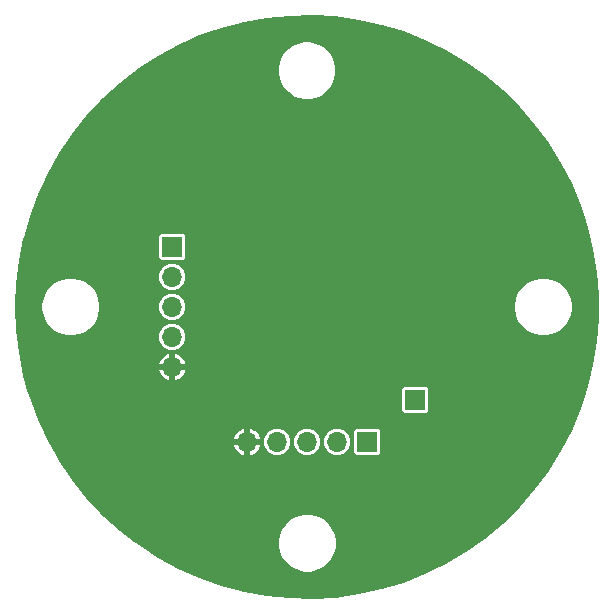
<source format=gbr>
G04 #@! TF.GenerationSoftware,KiCad,Pcbnew,(5.1.4)-1*
G04 #@! TF.CreationDate,2020-03-07T09:14:15+01:00*
G04 #@! TF.ProjectId,Encoder,456e636f-6465-4722-9e6b-696361645f70,rev?*
G04 #@! TF.SameCoordinates,Original*
G04 #@! TF.FileFunction,Copper,L2,Bot*
G04 #@! TF.FilePolarity,Positive*
%FSLAX46Y46*%
G04 Gerber Fmt 4.6, Leading zero omitted, Abs format (unit mm)*
G04 Created by KiCad (PCBNEW (5.1.4)-1) date 2020-03-07 09:14:15*
%MOMM*%
%LPD*%
G04 APERTURE LIST*
%ADD10R,1.700000X1.700000*%
%ADD11O,1.700000X1.700000*%
%ADD12C,0.800000*%
%ADD13C,0.254000*%
G04 APERTURE END LIST*
D10*
X148590000Y-74930000D03*
D11*
X148590000Y-77470000D03*
X148590000Y-80010000D03*
X148590000Y-82550000D03*
X148590000Y-85090000D03*
X154940000Y-91440000D03*
X157480000Y-91440000D03*
X160020000Y-91440000D03*
X162560000Y-91440000D03*
D10*
X165100000Y-91440000D03*
X169164000Y-87884000D03*
D12*
X169671996Y-79248004D03*
X169443986Y-81000000D03*
D13*
G36*
X162441048Y-55527441D02*
G01*
X164377680Y-55798745D01*
X166286635Y-56223056D01*
X168155845Y-56797693D01*
X169973490Y-57519023D01*
X171728079Y-58382484D01*
X173408520Y-59382618D01*
X175004188Y-60513102D01*
X176504995Y-61766789D01*
X177901451Y-63135752D01*
X179184729Y-64611336D01*
X180346715Y-66184212D01*
X181380063Y-67844435D01*
X182278239Y-69581511D01*
X183035564Y-71384455D01*
X183647252Y-73241870D01*
X184109433Y-75142011D01*
X184419188Y-77072867D01*
X184574556Y-79022228D01*
X184574556Y-80977772D01*
X184419188Y-82927133D01*
X184109433Y-84857989D01*
X183647252Y-86758130D01*
X183035564Y-88615545D01*
X182278239Y-90418489D01*
X181380063Y-92155565D01*
X180346715Y-93815788D01*
X179184729Y-95388664D01*
X177901451Y-96864248D01*
X176504995Y-98233211D01*
X175004188Y-99486898D01*
X173408520Y-100617382D01*
X171728079Y-101617516D01*
X169973490Y-102480977D01*
X168155845Y-103202307D01*
X166286635Y-103776944D01*
X164377680Y-104201255D01*
X162441048Y-104472559D01*
X160488983Y-104589138D01*
X158533826Y-104550258D01*
X156587938Y-104356163D01*
X154663623Y-104008080D01*
X152773046Y-103508211D01*
X150928161Y-102859715D01*
X149140630Y-102066693D01*
X147421756Y-101134157D01*
X145782405Y-100068005D01*
X145370325Y-99750718D01*
X157494001Y-99750718D01*
X157494001Y-100249282D01*
X157591266Y-100738265D01*
X157782058Y-101198878D01*
X158059045Y-101613418D01*
X158411583Y-101965956D01*
X158826123Y-102242943D01*
X159286736Y-102433735D01*
X159775719Y-102531000D01*
X160274283Y-102531000D01*
X160763266Y-102433735D01*
X161223879Y-102242943D01*
X161638419Y-101965956D01*
X161990957Y-101613418D01*
X162267944Y-101198878D01*
X162458736Y-100738265D01*
X162556001Y-100249282D01*
X162556001Y-99750718D01*
X162458736Y-99261735D01*
X162267944Y-98801122D01*
X161990957Y-98386582D01*
X161638419Y-98034044D01*
X161223879Y-97757057D01*
X160763266Y-97566265D01*
X160274283Y-97469000D01*
X159775719Y-97469000D01*
X159286736Y-97566265D01*
X158826123Y-97757057D01*
X158411583Y-98034044D01*
X158059045Y-98386582D01*
X157782058Y-98801122D01*
X157591266Y-99261735D01*
X157494001Y-99750718D01*
X145370325Y-99750718D01*
X144232943Y-98874977D01*
X142783165Y-97562615D01*
X141442238Y-96139216D01*
X140218638Y-94613780D01*
X139120103Y-92995951D01*
X138419803Y-91764214D01*
X153704836Y-91764214D01*
X153791820Y-91998953D01*
X153922928Y-92212212D01*
X154093122Y-92395795D01*
X154295861Y-92542647D01*
X154523354Y-92647125D01*
X154615787Y-92675158D01*
X154813000Y-92603338D01*
X154813000Y-91567000D01*
X155067000Y-91567000D01*
X155067000Y-92603338D01*
X155264213Y-92675158D01*
X155356646Y-92647125D01*
X155584139Y-92542647D01*
X155786878Y-92395795D01*
X155957072Y-92212212D01*
X156088180Y-91998953D01*
X156175164Y-91764214D01*
X156103925Y-91567000D01*
X155067000Y-91567000D01*
X154813000Y-91567000D01*
X153776075Y-91567000D01*
X153704836Y-91764214D01*
X138419803Y-91764214D01*
X138235472Y-91440000D01*
X156243044Y-91440000D01*
X156266812Y-91681318D01*
X156337202Y-91913363D01*
X156451509Y-92127216D01*
X156605340Y-92314660D01*
X156792784Y-92468491D01*
X157006637Y-92582798D01*
X157238682Y-92653188D01*
X157419528Y-92671000D01*
X157540472Y-92671000D01*
X157721318Y-92653188D01*
X157953363Y-92582798D01*
X158167216Y-92468491D01*
X158354660Y-92314660D01*
X158508491Y-92127216D01*
X158622798Y-91913363D01*
X158693188Y-91681318D01*
X158716956Y-91440000D01*
X158783044Y-91440000D01*
X158806812Y-91681318D01*
X158877202Y-91913363D01*
X158991509Y-92127216D01*
X159145340Y-92314660D01*
X159332784Y-92468491D01*
X159546637Y-92582798D01*
X159778682Y-92653188D01*
X159959528Y-92671000D01*
X160080472Y-92671000D01*
X160261318Y-92653188D01*
X160493363Y-92582798D01*
X160707216Y-92468491D01*
X160894660Y-92314660D01*
X161048491Y-92127216D01*
X161162798Y-91913363D01*
X161233188Y-91681318D01*
X161256956Y-91440000D01*
X161323044Y-91440000D01*
X161346812Y-91681318D01*
X161417202Y-91913363D01*
X161531509Y-92127216D01*
X161685340Y-92314660D01*
X161872784Y-92468491D01*
X162086637Y-92582798D01*
X162318682Y-92653188D01*
X162499528Y-92671000D01*
X162620472Y-92671000D01*
X162801318Y-92653188D01*
X163033363Y-92582798D01*
X163247216Y-92468491D01*
X163434660Y-92314660D01*
X163588491Y-92127216D01*
X163702798Y-91913363D01*
X163773188Y-91681318D01*
X163796956Y-91440000D01*
X163773188Y-91198682D01*
X163702798Y-90966637D01*
X163588491Y-90752784D01*
X163454898Y-90590000D01*
X163867157Y-90590000D01*
X163867157Y-92290000D01*
X163874513Y-92364689D01*
X163896299Y-92436508D01*
X163931678Y-92502696D01*
X163979289Y-92560711D01*
X164037304Y-92608322D01*
X164103492Y-92643701D01*
X164175311Y-92665487D01*
X164250000Y-92672843D01*
X165950000Y-92672843D01*
X166024689Y-92665487D01*
X166096508Y-92643701D01*
X166162696Y-92608322D01*
X166220711Y-92560711D01*
X166268322Y-92502696D01*
X166303701Y-92436508D01*
X166325487Y-92364689D01*
X166332843Y-92290000D01*
X166332843Y-90590000D01*
X166325487Y-90515311D01*
X166303701Y-90443492D01*
X166268322Y-90377304D01*
X166220711Y-90319289D01*
X166162696Y-90271678D01*
X166096508Y-90236299D01*
X166024689Y-90214513D01*
X165950000Y-90207157D01*
X164250000Y-90207157D01*
X164175311Y-90214513D01*
X164103492Y-90236299D01*
X164037304Y-90271678D01*
X163979289Y-90319289D01*
X163931678Y-90377304D01*
X163896299Y-90443492D01*
X163874513Y-90515311D01*
X163867157Y-90590000D01*
X163454898Y-90590000D01*
X163434660Y-90565340D01*
X163247216Y-90411509D01*
X163033363Y-90297202D01*
X162801318Y-90226812D01*
X162620472Y-90209000D01*
X162499528Y-90209000D01*
X162318682Y-90226812D01*
X162086637Y-90297202D01*
X161872784Y-90411509D01*
X161685340Y-90565340D01*
X161531509Y-90752784D01*
X161417202Y-90966637D01*
X161346812Y-91198682D01*
X161323044Y-91440000D01*
X161256956Y-91440000D01*
X161233188Y-91198682D01*
X161162798Y-90966637D01*
X161048491Y-90752784D01*
X160894660Y-90565340D01*
X160707216Y-90411509D01*
X160493363Y-90297202D01*
X160261318Y-90226812D01*
X160080472Y-90209000D01*
X159959528Y-90209000D01*
X159778682Y-90226812D01*
X159546637Y-90297202D01*
X159332784Y-90411509D01*
X159145340Y-90565340D01*
X158991509Y-90752784D01*
X158877202Y-90966637D01*
X158806812Y-91198682D01*
X158783044Y-91440000D01*
X158716956Y-91440000D01*
X158693188Y-91198682D01*
X158622798Y-90966637D01*
X158508491Y-90752784D01*
X158354660Y-90565340D01*
X158167216Y-90411509D01*
X157953363Y-90297202D01*
X157721318Y-90226812D01*
X157540472Y-90209000D01*
X157419528Y-90209000D01*
X157238682Y-90226812D01*
X157006637Y-90297202D01*
X156792784Y-90411509D01*
X156605340Y-90565340D01*
X156451509Y-90752784D01*
X156337202Y-90966637D01*
X156266812Y-91198682D01*
X156243044Y-91440000D01*
X138235472Y-91440000D01*
X138153577Y-91295958D01*
X138069320Y-91115786D01*
X153704836Y-91115786D01*
X153776075Y-91313000D01*
X154813000Y-91313000D01*
X154813000Y-90276662D01*
X155067000Y-90276662D01*
X155067000Y-91313000D01*
X156103925Y-91313000D01*
X156175164Y-91115786D01*
X156088180Y-90881047D01*
X155957072Y-90667788D01*
X155786878Y-90484205D01*
X155584139Y-90337353D01*
X155356646Y-90232875D01*
X155264213Y-90204842D01*
X155067000Y-90276662D01*
X154813000Y-90276662D01*
X154615787Y-90204842D01*
X154523354Y-90232875D01*
X154295861Y-90337353D01*
X154093122Y-90484205D01*
X153922928Y-90667788D01*
X153791820Y-90881047D01*
X153704836Y-91115786D01*
X138069320Y-91115786D01*
X137325172Y-89524547D01*
X136640124Y-87692920D01*
X136451812Y-87034000D01*
X167931157Y-87034000D01*
X167931157Y-88734000D01*
X167938513Y-88808689D01*
X167960299Y-88880508D01*
X167995678Y-88946696D01*
X168043289Y-89004711D01*
X168101304Y-89052322D01*
X168167492Y-89087701D01*
X168239311Y-89109487D01*
X168314000Y-89116843D01*
X170014000Y-89116843D01*
X170088689Y-89109487D01*
X170160508Y-89087701D01*
X170226696Y-89052322D01*
X170284711Y-89004711D01*
X170332322Y-88946696D01*
X170367701Y-88880508D01*
X170389487Y-88808689D01*
X170396843Y-88734000D01*
X170396843Y-87034000D01*
X170389487Y-86959311D01*
X170367701Y-86887492D01*
X170332322Y-86821304D01*
X170284711Y-86763289D01*
X170226696Y-86715678D01*
X170160508Y-86680299D01*
X170088689Y-86658513D01*
X170014000Y-86651157D01*
X168314000Y-86651157D01*
X168239311Y-86658513D01*
X168167492Y-86680299D01*
X168101304Y-86715678D01*
X168043289Y-86763289D01*
X167995678Y-86821304D01*
X167960299Y-86887492D01*
X167938513Y-86959311D01*
X167931157Y-87034000D01*
X136451812Y-87034000D01*
X136102764Y-85812655D01*
X136022480Y-85414213D01*
X147354842Y-85414213D01*
X147382875Y-85506646D01*
X147487353Y-85734139D01*
X147634205Y-85936878D01*
X147817788Y-86107072D01*
X148031047Y-86238180D01*
X148265786Y-86325164D01*
X148463000Y-86253925D01*
X148463000Y-85217000D01*
X148717000Y-85217000D01*
X148717000Y-86253925D01*
X148914214Y-86325164D01*
X149148953Y-86238180D01*
X149362212Y-86107072D01*
X149545795Y-85936878D01*
X149692647Y-85734139D01*
X149797125Y-85506646D01*
X149825158Y-85414213D01*
X149753338Y-85217000D01*
X148717000Y-85217000D01*
X148463000Y-85217000D01*
X147426662Y-85217000D01*
X147354842Y-85414213D01*
X136022480Y-85414213D01*
X135891824Y-84765787D01*
X147354842Y-84765787D01*
X147426662Y-84963000D01*
X148463000Y-84963000D01*
X148463000Y-83926075D01*
X148717000Y-83926075D01*
X148717000Y-84963000D01*
X149753338Y-84963000D01*
X149825158Y-84765787D01*
X149797125Y-84673354D01*
X149692647Y-84445861D01*
X149545795Y-84243122D01*
X149362212Y-84072928D01*
X149148953Y-83941820D01*
X148914214Y-83854836D01*
X148717000Y-83926075D01*
X148463000Y-83926075D01*
X148265786Y-83854836D01*
X148031047Y-83941820D01*
X147817788Y-84072928D01*
X147634205Y-84243122D01*
X147487353Y-84445861D01*
X147382875Y-84673354D01*
X147354842Y-84765787D01*
X135891824Y-84765787D01*
X135716491Y-83895641D01*
X135555189Y-82550000D01*
X147353044Y-82550000D01*
X147376812Y-82791318D01*
X147447202Y-83023363D01*
X147561509Y-83237216D01*
X147715340Y-83424660D01*
X147902784Y-83578491D01*
X148116637Y-83692798D01*
X148348682Y-83763188D01*
X148529528Y-83781000D01*
X148650472Y-83781000D01*
X148831318Y-83763188D01*
X149063363Y-83692798D01*
X149277216Y-83578491D01*
X149464660Y-83424660D01*
X149618491Y-83237216D01*
X149732798Y-83023363D01*
X149803188Y-82791318D01*
X149826956Y-82550000D01*
X149803188Y-82308682D01*
X149732798Y-82076637D01*
X149618491Y-81862784D01*
X149464660Y-81675340D01*
X149277216Y-81521509D01*
X149063363Y-81407202D01*
X148831318Y-81336812D01*
X148650472Y-81319000D01*
X148529528Y-81319000D01*
X148348682Y-81336812D01*
X148116637Y-81407202D01*
X147902784Y-81521509D01*
X147715340Y-81675340D01*
X147561509Y-81862784D01*
X147447202Y-82076637D01*
X147376812Y-82308682D01*
X147353044Y-82550000D01*
X135555189Y-82550000D01*
X135483746Y-81953997D01*
X135406000Y-80000000D01*
X135415918Y-79750718D01*
X137469000Y-79750718D01*
X137469000Y-80249282D01*
X137566265Y-80738265D01*
X137757057Y-81198878D01*
X138034044Y-81613418D01*
X138386582Y-81965956D01*
X138801122Y-82242943D01*
X139261735Y-82433735D01*
X139750718Y-82531000D01*
X140249282Y-82531000D01*
X140738265Y-82433735D01*
X141198878Y-82242943D01*
X141613418Y-81965956D01*
X141965956Y-81613418D01*
X142242943Y-81198878D01*
X142433735Y-80738265D01*
X142531000Y-80249282D01*
X142531000Y-80010000D01*
X147353044Y-80010000D01*
X147376812Y-80251318D01*
X147447202Y-80483363D01*
X147561509Y-80697216D01*
X147715340Y-80884660D01*
X147902784Y-81038491D01*
X148116637Y-81152798D01*
X148348682Y-81223188D01*
X148529528Y-81241000D01*
X148650472Y-81241000D01*
X148831318Y-81223188D01*
X149063363Y-81152798D01*
X149277216Y-81038491D01*
X149464660Y-80884660D01*
X149618491Y-80697216D01*
X149732798Y-80483363D01*
X149803188Y-80251318D01*
X149826956Y-80010000D01*
X149803188Y-79768682D01*
X149797739Y-79750718D01*
X177469000Y-79750718D01*
X177469000Y-80249282D01*
X177566265Y-80738265D01*
X177757057Y-81198878D01*
X178034044Y-81613418D01*
X178386582Y-81965956D01*
X178801122Y-82242943D01*
X179261735Y-82433735D01*
X179750718Y-82531000D01*
X180249282Y-82531000D01*
X180738265Y-82433735D01*
X181198878Y-82242943D01*
X181613418Y-81965956D01*
X181965956Y-81613418D01*
X182242943Y-81198878D01*
X182433735Y-80738265D01*
X182531000Y-80249282D01*
X182531000Y-79750718D01*
X182433735Y-79261735D01*
X182242943Y-78801122D01*
X181965956Y-78386582D01*
X181613418Y-78034044D01*
X181198878Y-77757057D01*
X180738265Y-77566265D01*
X180249282Y-77469000D01*
X179750718Y-77469000D01*
X179261735Y-77566265D01*
X178801122Y-77757057D01*
X178386582Y-78034044D01*
X178034044Y-78386582D01*
X177757057Y-78801122D01*
X177566265Y-79261735D01*
X177469000Y-79750718D01*
X149797739Y-79750718D01*
X149732798Y-79536637D01*
X149618491Y-79322784D01*
X149464660Y-79135340D01*
X149277216Y-78981509D01*
X149063363Y-78867202D01*
X148831318Y-78796812D01*
X148650472Y-78779000D01*
X148529528Y-78779000D01*
X148348682Y-78796812D01*
X148116637Y-78867202D01*
X147902784Y-78981509D01*
X147715340Y-79135340D01*
X147561509Y-79322784D01*
X147447202Y-79536637D01*
X147376812Y-79768682D01*
X147353044Y-80010000D01*
X142531000Y-80010000D01*
X142531000Y-79750718D01*
X142433735Y-79261735D01*
X142242943Y-78801122D01*
X141965956Y-78386582D01*
X141613418Y-78034044D01*
X141198878Y-77757057D01*
X140738265Y-77566265D01*
X140254310Y-77470000D01*
X147353044Y-77470000D01*
X147376812Y-77711318D01*
X147447202Y-77943363D01*
X147561509Y-78157216D01*
X147715340Y-78344660D01*
X147902784Y-78498491D01*
X148116637Y-78612798D01*
X148348682Y-78683188D01*
X148529528Y-78701000D01*
X148650472Y-78701000D01*
X148831318Y-78683188D01*
X149063363Y-78612798D01*
X149277216Y-78498491D01*
X149464660Y-78344660D01*
X149618491Y-78157216D01*
X149732798Y-77943363D01*
X149803188Y-77711318D01*
X149826956Y-77470000D01*
X149803188Y-77228682D01*
X149732798Y-76996637D01*
X149618491Y-76782784D01*
X149464660Y-76595340D01*
X149277216Y-76441509D01*
X149063363Y-76327202D01*
X148831318Y-76256812D01*
X148650472Y-76239000D01*
X148529528Y-76239000D01*
X148348682Y-76256812D01*
X148116637Y-76327202D01*
X147902784Y-76441509D01*
X147715340Y-76595340D01*
X147561509Y-76782784D01*
X147447202Y-76996637D01*
X147376812Y-77228682D01*
X147353044Y-77470000D01*
X140254310Y-77470000D01*
X140249282Y-77469000D01*
X139750718Y-77469000D01*
X139261735Y-77566265D01*
X138801122Y-77757057D01*
X138386582Y-78034044D01*
X138034044Y-78386582D01*
X137757057Y-78801122D01*
X137566265Y-79261735D01*
X137469000Y-79750718D01*
X135415918Y-79750718D01*
X135483746Y-78046003D01*
X135716491Y-76104359D01*
X136102764Y-74187345D01*
X136133442Y-74080000D01*
X147357157Y-74080000D01*
X147357157Y-75780000D01*
X147364513Y-75854689D01*
X147386299Y-75926508D01*
X147421678Y-75992696D01*
X147469289Y-76050711D01*
X147527304Y-76098322D01*
X147593492Y-76133701D01*
X147665311Y-76155487D01*
X147740000Y-76162843D01*
X149440000Y-76162843D01*
X149514689Y-76155487D01*
X149586508Y-76133701D01*
X149652696Y-76098322D01*
X149710711Y-76050711D01*
X149758322Y-75992696D01*
X149793701Y-75926508D01*
X149815487Y-75854689D01*
X149822843Y-75780000D01*
X149822843Y-74080000D01*
X149815487Y-74005311D01*
X149793701Y-73933492D01*
X149758322Y-73867304D01*
X149710711Y-73809289D01*
X149652696Y-73761678D01*
X149586508Y-73726299D01*
X149514689Y-73704513D01*
X149440000Y-73697157D01*
X147740000Y-73697157D01*
X147665311Y-73704513D01*
X147593492Y-73726299D01*
X147527304Y-73761678D01*
X147469289Y-73809289D01*
X147421678Y-73867304D01*
X147386299Y-73933492D01*
X147364513Y-74005311D01*
X147357157Y-74080000D01*
X136133442Y-74080000D01*
X136640124Y-72307080D01*
X137325172Y-70475453D01*
X138153577Y-68704042D01*
X139120103Y-67004049D01*
X140218638Y-65386220D01*
X141442238Y-63860784D01*
X142783165Y-62437385D01*
X144232943Y-61125023D01*
X145782405Y-59931995D01*
X146061142Y-59750718D01*
X157469000Y-59750718D01*
X157469000Y-60249282D01*
X157566265Y-60738265D01*
X157757057Y-61198878D01*
X158034044Y-61613418D01*
X158386582Y-61965956D01*
X158801122Y-62242943D01*
X159261735Y-62433735D01*
X159750718Y-62531000D01*
X160249282Y-62531000D01*
X160738265Y-62433735D01*
X161198878Y-62242943D01*
X161613418Y-61965956D01*
X161965956Y-61613418D01*
X162242943Y-61198878D01*
X162433735Y-60738265D01*
X162531000Y-60249282D01*
X162531000Y-59750718D01*
X162433735Y-59261735D01*
X162242943Y-58801122D01*
X161965956Y-58386582D01*
X161613418Y-58034044D01*
X161198878Y-57757057D01*
X160738265Y-57566265D01*
X160249282Y-57469000D01*
X159750718Y-57469000D01*
X159261735Y-57566265D01*
X158801122Y-57757057D01*
X158386582Y-58034044D01*
X158034044Y-58386582D01*
X157757057Y-58801122D01*
X157566265Y-59261735D01*
X157469000Y-59750718D01*
X146061142Y-59750718D01*
X147421756Y-58865843D01*
X149140630Y-57933307D01*
X150928161Y-57140285D01*
X152773046Y-56491789D01*
X154663623Y-55991920D01*
X156587938Y-55643837D01*
X158533826Y-55449742D01*
X160488983Y-55410862D01*
X162441048Y-55527441D01*
X162441048Y-55527441D01*
G37*
X162441048Y-55527441D02*
X164377680Y-55798745D01*
X166286635Y-56223056D01*
X168155845Y-56797693D01*
X169973490Y-57519023D01*
X171728079Y-58382484D01*
X173408520Y-59382618D01*
X175004188Y-60513102D01*
X176504995Y-61766789D01*
X177901451Y-63135752D01*
X179184729Y-64611336D01*
X180346715Y-66184212D01*
X181380063Y-67844435D01*
X182278239Y-69581511D01*
X183035564Y-71384455D01*
X183647252Y-73241870D01*
X184109433Y-75142011D01*
X184419188Y-77072867D01*
X184574556Y-79022228D01*
X184574556Y-80977772D01*
X184419188Y-82927133D01*
X184109433Y-84857989D01*
X183647252Y-86758130D01*
X183035564Y-88615545D01*
X182278239Y-90418489D01*
X181380063Y-92155565D01*
X180346715Y-93815788D01*
X179184729Y-95388664D01*
X177901451Y-96864248D01*
X176504995Y-98233211D01*
X175004188Y-99486898D01*
X173408520Y-100617382D01*
X171728079Y-101617516D01*
X169973490Y-102480977D01*
X168155845Y-103202307D01*
X166286635Y-103776944D01*
X164377680Y-104201255D01*
X162441048Y-104472559D01*
X160488983Y-104589138D01*
X158533826Y-104550258D01*
X156587938Y-104356163D01*
X154663623Y-104008080D01*
X152773046Y-103508211D01*
X150928161Y-102859715D01*
X149140630Y-102066693D01*
X147421756Y-101134157D01*
X145782405Y-100068005D01*
X145370325Y-99750718D01*
X157494001Y-99750718D01*
X157494001Y-100249282D01*
X157591266Y-100738265D01*
X157782058Y-101198878D01*
X158059045Y-101613418D01*
X158411583Y-101965956D01*
X158826123Y-102242943D01*
X159286736Y-102433735D01*
X159775719Y-102531000D01*
X160274283Y-102531000D01*
X160763266Y-102433735D01*
X161223879Y-102242943D01*
X161638419Y-101965956D01*
X161990957Y-101613418D01*
X162267944Y-101198878D01*
X162458736Y-100738265D01*
X162556001Y-100249282D01*
X162556001Y-99750718D01*
X162458736Y-99261735D01*
X162267944Y-98801122D01*
X161990957Y-98386582D01*
X161638419Y-98034044D01*
X161223879Y-97757057D01*
X160763266Y-97566265D01*
X160274283Y-97469000D01*
X159775719Y-97469000D01*
X159286736Y-97566265D01*
X158826123Y-97757057D01*
X158411583Y-98034044D01*
X158059045Y-98386582D01*
X157782058Y-98801122D01*
X157591266Y-99261735D01*
X157494001Y-99750718D01*
X145370325Y-99750718D01*
X144232943Y-98874977D01*
X142783165Y-97562615D01*
X141442238Y-96139216D01*
X140218638Y-94613780D01*
X139120103Y-92995951D01*
X138419803Y-91764214D01*
X153704836Y-91764214D01*
X153791820Y-91998953D01*
X153922928Y-92212212D01*
X154093122Y-92395795D01*
X154295861Y-92542647D01*
X154523354Y-92647125D01*
X154615787Y-92675158D01*
X154813000Y-92603338D01*
X154813000Y-91567000D01*
X155067000Y-91567000D01*
X155067000Y-92603338D01*
X155264213Y-92675158D01*
X155356646Y-92647125D01*
X155584139Y-92542647D01*
X155786878Y-92395795D01*
X155957072Y-92212212D01*
X156088180Y-91998953D01*
X156175164Y-91764214D01*
X156103925Y-91567000D01*
X155067000Y-91567000D01*
X154813000Y-91567000D01*
X153776075Y-91567000D01*
X153704836Y-91764214D01*
X138419803Y-91764214D01*
X138235472Y-91440000D01*
X156243044Y-91440000D01*
X156266812Y-91681318D01*
X156337202Y-91913363D01*
X156451509Y-92127216D01*
X156605340Y-92314660D01*
X156792784Y-92468491D01*
X157006637Y-92582798D01*
X157238682Y-92653188D01*
X157419528Y-92671000D01*
X157540472Y-92671000D01*
X157721318Y-92653188D01*
X157953363Y-92582798D01*
X158167216Y-92468491D01*
X158354660Y-92314660D01*
X158508491Y-92127216D01*
X158622798Y-91913363D01*
X158693188Y-91681318D01*
X158716956Y-91440000D01*
X158783044Y-91440000D01*
X158806812Y-91681318D01*
X158877202Y-91913363D01*
X158991509Y-92127216D01*
X159145340Y-92314660D01*
X159332784Y-92468491D01*
X159546637Y-92582798D01*
X159778682Y-92653188D01*
X159959528Y-92671000D01*
X160080472Y-92671000D01*
X160261318Y-92653188D01*
X160493363Y-92582798D01*
X160707216Y-92468491D01*
X160894660Y-92314660D01*
X161048491Y-92127216D01*
X161162798Y-91913363D01*
X161233188Y-91681318D01*
X161256956Y-91440000D01*
X161323044Y-91440000D01*
X161346812Y-91681318D01*
X161417202Y-91913363D01*
X161531509Y-92127216D01*
X161685340Y-92314660D01*
X161872784Y-92468491D01*
X162086637Y-92582798D01*
X162318682Y-92653188D01*
X162499528Y-92671000D01*
X162620472Y-92671000D01*
X162801318Y-92653188D01*
X163033363Y-92582798D01*
X163247216Y-92468491D01*
X163434660Y-92314660D01*
X163588491Y-92127216D01*
X163702798Y-91913363D01*
X163773188Y-91681318D01*
X163796956Y-91440000D01*
X163773188Y-91198682D01*
X163702798Y-90966637D01*
X163588491Y-90752784D01*
X163454898Y-90590000D01*
X163867157Y-90590000D01*
X163867157Y-92290000D01*
X163874513Y-92364689D01*
X163896299Y-92436508D01*
X163931678Y-92502696D01*
X163979289Y-92560711D01*
X164037304Y-92608322D01*
X164103492Y-92643701D01*
X164175311Y-92665487D01*
X164250000Y-92672843D01*
X165950000Y-92672843D01*
X166024689Y-92665487D01*
X166096508Y-92643701D01*
X166162696Y-92608322D01*
X166220711Y-92560711D01*
X166268322Y-92502696D01*
X166303701Y-92436508D01*
X166325487Y-92364689D01*
X166332843Y-92290000D01*
X166332843Y-90590000D01*
X166325487Y-90515311D01*
X166303701Y-90443492D01*
X166268322Y-90377304D01*
X166220711Y-90319289D01*
X166162696Y-90271678D01*
X166096508Y-90236299D01*
X166024689Y-90214513D01*
X165950000Y-90207157D01*
X164250000Y-90207157D01*
X164175311Y-90214513D01*
X164103492Y-90236299D01*
X164037304Y-90271678D01*
X163979289Y-90319289D01*
X163931678Y-90377304D01*
X163896299Y-90443492D01*
X163874513Y-90515311D01*
X163867157Y-90590000D01*
X163454898Y-90590000D01*
X163434660Y-90565340D01*
X163247216Y-90411509D01*
X163033363Y-90297202D01*
X162801318Y-90226812D01*
X162620472Y-90209000D01*
X162499528Y-90209000D01*
X162318682Y-90226812D01*
X162086637Y-90297202D01*
X161872784Y-90411509D01*
X161685340Y-90565340D01*
X161531509Y-90752784D01*
X161417202Y-90966637D01*
X161346812Y-91198682D01*
X161323044Y-91440000D01*
X161256956Y-91440000D01*
X161233188Y-91198682D01*
X161162798Y-90966637D01*
X161048491Y-90752784D01*
X160894660Y-90565340D01*
X160707216Y-90411509D01*
X160493363Y-90297202D01*
X160261318Y-90226812D01*
X160080472Y-90209000D01*
X159959528Y-90209000D01*
X159778682Y-90226812D01*
X159546637Y-90297202D01*
X159332784Y-90411509D01*
X159145340Y-90565340D01*
X158991509Y-90752784D01*
X158877202Y-90966637D01*
X158806812Y-91198682D01*
X158783044Y-91440000D01*
X158716956Y-91440000D01*
X158693188Y-91198682D01*
X158622798Y-90966637D01*
X158508491Y-90752784D01*
X158354660Y-90565340D01*
X158167216Y-90411509D01*
X157953363Y-90297202D01*
X157721318Y-90226812D01*
X157540472Y-90209000D01*
X157419528Y-90209000D01*
X157238682Y-90226812D01*
X157006637Y-90297202D01*
X156792784Y-90411509D01*
X156605340Y-90565340D01*
X156451509Y-90752784D01*
X156337202Y-90966637D01*
X156266812Y-91198682D01*
X156243044Y-91440000D01*
X138235472Y-91440000D01*
X138153577Y-91295958D01*
X138069320Y-91115786D01*
X153704836Y-91115786D01*
X153776075Y-91313000D01*
X154813000Y-91313000D01*
X154813000Y-90276662D01*
X155067000Y-90276662D01*
X155067000Y-91313000D01*
X156103925Y-91313000D01*
X156175164Y-91115786D01*
X156088180Y-90881047D01*
X155957072Y-90667788D01*
X155786878Y-90484205D01*
X155584139Y-90337353D01*
X155356646Y-90232875D01*
X155264213Y-90204842D01*
X155067000Y-90276662D01*
X154813000Y-90276662D01*
X154615787Y-90204842D01*
X154523354Y-90232875D01*
X154295861Y-90337353D01*
X154093122Y-90484205D01*
X153922928Y-90667788D01*
X153791820Y-90881047D01*
X153704836Y-91115786D01*
X138069320Y-91115786D01*
X137325172Y-89524547D01*
X136640124Y-87692920D01*
X136451812Y-87034000D01*
X167931157Y-87034000D01*
X167931157Y-88734000D01*
X167938513Y-88808689D01*
X167960299Y-88880508D01*
X167995678Y-88946696D01*
X168043289Y-89004711D01*
X168101304Y-89052322D01*
X168167492Y-89087701D01*
X168239311Y-89109487D01*
X168314000Y-89116843D01*
X170014000Y-89116843D01*
X170088689Y-89109487D01*
X170160508Y-89087701D01*
X170226696Y-89052322D01*
X170284711Y-89004711D01*
X170332322Y-88946696D01*
X170367701Y-88880508D01*
X170389487Y-88808689D01*
X170396843Y-88734000D01*
X170396843Y-87034000D01*
X170389487Y-86959311D01*
X170367701Y-86887492D01*
X170332322Y-86821304D01*
X170284711Y-86763289D01*
X170226696Y-86715678D01*
X170160508Y-86680299D01*
X170088689Y-86658513D01*
X170014000Y-86651157D01*
X168314000Y-86651157D01*
X168239311Y-86658513D01*
X168167492Y-86680299D01*
X168101304Y-86715678D01*
X168043289Y-86763289D01*
X167995678Y-86821304D01*
X167960299Y-86887492D01*
X167938513Y-86959311D01*
X167931157Y-87034000D01*
X136451812Y-87034000D01*
X136102764Y-85812655D01*
X136022480Y-85414213D01*
X147354842Y-85414213D01*
X147382875Y-85506646D01*
X147487353Y-85734139D01*
X147634205Y-85936878D01*
X147817788Y-86107072D01*
X148031047Y-86238180D01*
X148265786Y-86325164D01*
X148463000Y-86253925D01*
X148463000Y-85217000D01*
X148717000Y-85217000D01*
X148717000Y-86253925D01*
X148914214Y-86325164D01*
X149148953Y-86238180D01*
X149362212Y-86107072D01*
X149545795Y-85936878D01*
X149692647Y-85734139D01*
X149797125Y-85506646D01*
X149825158Y-85414213D01*
X149753338Y-85217000D01*
X148717000Y-85217000D01*
X148463000Y-85217000D01*
X147426662Y-85217000D01*
X147354842Y-85414213D01*
X136022480Y-85414213D01*
X135891824Y-84765787D01*
X147354842Y-84765787D01*
X147426662Y-84963000D01*
X148463000Y-84963000D01*
X148463000Y-83926075D01*
X148717000Y-83926075D01*
X148717000Y-84963000D01*
X149753338Y-84963000D01*
X149825158Y-84765787D01*
X149797125Y-84673354D01*
X149692647Y-84445861D01*
X149545795Y-84243122D01*
X149362212Y-84072928D01*
X149148953Y-83941820D01*
X148914214Y-83854836D01*
X148717000Y-83926075D01*
X148463000Y-83926075D01*
X148265786Y-83854836D01*
X148031047Y-83941820D01*
X147817788Y-84072928D01*
X147634205Y-84243122D01*
X147487353Y-84445861D01*
X147382875Y-84673354D01*
X147354842Y-84765787D01*
X135891824Y-84765787D01*
X135716491Y-83895641D01*
X135555189Y-82550000D01*
X147353044Y-82550000D01*
X147376812Y-82791318D01*
X147447202Y-83023363D01*
X147561509Y-83237216D01*
X147715340Y-83424660D01*
X147902784Y-83578491D01*
X148116637Y-83692798D01*
X148348682Y-83763188D01*
X148529528Y-83781000D01*
X148650472Y-83781000D01*
X148831318Y-83763188D01*
X149063363Y-83692798D01*
X149277216Y-83578491D01*
X149464660Y-83424660D01*
X149618491Y-83237216D01*
X149732798Y-83023363D01*
X149803188Y-82791318D01*
X149826956Y-82550000D01*
X149803188Y-82308682D01*
X149732798Y-82076637D01*
X149618491Y-81862784D01*
X149464660Y-81675340D01*
X149277216Y-81521509D01*
X149063363Y-81407202D01*
X148831318Y-81336812D01*
X148650472Y-81319000D01*
X148529528Y-81319000D01*
X148348682Y-81336812D01*
X148116637Y-81407202D01*
X147902784Y-81521509D01*
X147715340Y-81675340D01*
X147561509Y-81862784D01*
X147447202Y-82076637D01*
X147376812Y-82308682D01*
X147353044Y-82550000D01*
X135555189Y-82550000D01*
X135483746Y-81953997D01*
X135406000Y-80000000D01*
X135415918Y-79750718D01*
X137469000Y-79750718D01*
X137469000Y-80249282D01*
X137566265Y-80738265D01*
X137757057Y-81198878D01*
X138034044Y-81613418D01*
X138386582Y-81965956D01*
X138801122Y-82242943D01*
X139261735Y-82433735D01*
X139750718Y-82531000D01*
X140249282Y-82531000D01*
X140738265Y-82433735D01*
X141198878Y-82242943D01*
X141613418Y-81965956D01*
X141965956Y-81613418D01*
X142242943Y-81198878D01*
X142433735Y-80738265D01*
X142531000Y-80249282D01*
X142531000Y-80010000D01*
X147353044Y-80010000D01*
X147376812Y-80251318D01*
X147447202Y-80483363D01*
X147561509Y-80697216D01*
X147715340Y-80884660D01*
X147902784Y-81038491D01*
X148116637Y-81152798D01*
X148348682Y-81223188D01*
X148529528Y-81241000D01*
X148650472Y-81241000D01*
X148831318Y-81223188D01*
X149063363Y-81152798D01*
X149277216Y-81038491D01*
X149464660Y-80884660D01*
X149618491Y-80697216D01*
X149732798Y-80483363D01*
X149803188Y-80251318D01*
X149826956Y-80010000D01*
X149803188Y-79768682D01*
X149797739Y-79750718D01*
X177469000Y-79750718D01*
X177469000Y-80249282D01*
X177566265Y-80738265D01*
X177757057Y-81198878D01*
X178034044Y-81613418D01*
X178386582Y-81965956D01*
X178801122Y-82242943D01*
X179261735Y-82433735D01*
X179750718Y-82531000D01*
X180249282Y-82531000D01*
X180738265Y-82433735D01*
X181198878Y-82242943D01*
X181613418Y-81965956D01*
X181965956Y-81613418D01*
X182242943Y-81198878D01*
X182433735Y-80738265D01*
X182531000Y-80249282D01*
X182531000Y-79750718D01*
X182433735Y-79261735D01*
X182242943Y-78801122D01*
X181965956Y-78386582D01*
X181613418Y-78034044D01*
X181198878Y-77757057D01*
X180738265Y-77566265D01*
X180249282Y-77469000D01*
X179750718Y-77469000D01*
X179261735Y-77566265D01*
X178801122Y-77757057D01*
X178386582Y-78034044D01*
X178034044Y-78386582D01*
X177757057Y-78801122D01*
X177566265Y-79261735D01*
X177469000Y-79750718D01*
X149797739Y-79750718D01*
X149732798Y-79536637D01*
X149618491Y-79322784D01*
X149464660Y-79135340D01*
X149277216Y-78981509D01*
X149063363Y-78867202D01*
X148831318Y-78796812D01*
X148650472Y-78779000D01*
X148529528Y-78779000D01*
X148348682Y-78796812D01*
X148116637Y-78867202D01*
X147902784Y-78981509D01*
X147715340Y-79135340D01*
X147561509Y-79322784D01*
X147447202Y-79536637D01*
X147376812Y-79768682D01*
X147353044Y-80010000D01*
X142531000Y-80010000D01*
X142531000Y-79750718D01*
X142433735Y-79261735D01*
X142242943Y-78801122D01*
X141965956Y-78386582D01*
X141613418Y-78034044D01*
X141198878Y-77757057D01*
X140738265Y-77566265D01*
X140254310Y-77470000D01*
X147353044Y-77470000D01*
X147376812Y-77711318D01*
X147447202Y-77943363D01*
X147561509Y-78157216D01*
X147715340Y-78344660D01*
X147902784Y-78498491D01*
X148116637Y-78612798D01*
X148348682Y-78683188D01*
X148529528Y-78701000D01*
X148650472Y-78701000D01*
X148831318Y-78683188D01*
X149063363Y-78612798D01*
X149277216Y-78498491D01*
X149464660Y-78344660D01*
X149618491Y-78157216D01*
X149732798Y-77943363D01*
X149803188Y-77711318D01*
X149826956Y-77470000D01*
X149803188Y-77228682D01*
X149732798Y-76996637D01*
X149618491Y-76782784D01*
X149464660Y-76595340D01*
X149277216Y-76441509D01*
X149063363Y-76327202D01*
X148831318Y-76256812D01*
X148650472Y-76239000D01*
X148529528Y-76239000D01*
X148348682Y-76256812D01*
X148116637Y-76327202D01*
X147902784Y-76441509D01*
X147715340Y-76595340D01*
X147561509Y-76782784D01*
X147447202Y-76996637D01*
X147376812Y-77228682D01*
X147353044Y-77470000D01*
X140254310Y-77470000D01*
X140249282Y-77469000D01*
X139750718Y-77469000D01*
X139261735Y-77566265D01*
X138801122Y-77757057D01*
X138386582Y-78034044D01*
X138034044Y-78386582D01*
X137757057Y-78801122D01*
X137566265Y-79261735D01*
X137469000Y-79750718D01*
X135415918Y-79750718D01*
X135483746Y-78046003D01*
X135716491Y-76104359D01*
X136102764Y-74187345D01*
X136133442Y-74080000D01*
X147357157Y-74080000D01*
X147357157Y-75780000D01*
X147364513Y-75854689D01*
X147386299Y-75926508D01*
X147421678Y-75992696D01*
X147469289Y-76050711D01*
X147527304Y-76098322D01*
X147593492Y-76133701D01*
X147665311Y-76155487D01*
X147740000Y-76162843D01*
X149440000Y-76162843D01*
X149514689Y-76155487D01*
X149586508Y-76133701D01*
X149652696Y-76098322D01*
X149710711Y-76050711D01*
X149758322Y-75992696D01*
X149793701Y-75926508D01*
X149815487Y-75854689D01*
X149822843Y-75780000D01*
X149822843Y-74080000D01*
X149815487Y-74005311D01*
X149793701Y-73933492D01*
X149758322Y-73867304D01*
X149710711Y-73809289D01*
X149652696Y-73761678D01*
X149586508Y-73726299D01*
X149514689Y-73704513D01*
X149440000Y-73697157D01*
X147740000Y-73697157D01*
X147665311Y-73704513D01*
X147593492Y-73726299D01*
X147527304Y-73761678D01*
X147469289Y-73809289D01*
X147421678Y-73867304D01*
X147386299Y-73933492D01*
X147364513Y-74005311D01*
X147357157Y-74080000D01*
X136133442Y-74080000D01*
X136640124Y-72307080D01*
X137325172Y-70475453D01*
X138153577Y-68704042D01*
X139120103Y-67004049D01*
X140218638Y-65386220D01*
X141442238Y-63860784D01*
X142783165Y-62437385D01*
X144232943Y-61125023D01*
X145782405Y-59931995D01*
X146061142Y-59750718D01*
X157469000Y-59750718D01*
X157469000Y-60249282D01*
X157566265Y-60738265D01*
X157757057Y-61198878D01*
X158034044Y-61613418D01*
X158386582Y-61965956D01*
X158801122Y-62242943D01*
X159261735Y-62433735D01*
X159750718Y-62531000D01*
X160249282Y-62531000D01*
X160738265Y-62433735D01*
X161198878Y-62242943D01*
X161613418Y-61965956D01*
X161965956Y-61613418D01*
X162242943Y-61198878D01*
X162433735Y-60738265D01*
X162531000Y-60249282D01*
X162531000Y-59750718D01*
X162433735Y-59261735D01*
X162242943Y-58801122D01*
X161965956Y-58386582D01*
X161613418Y-58034044D01*
X161198878Y-57757057D01*
X160738265Y-57566265D01*
X160249282Y-57469000D01*
X159750718Y-57469000D01*
X159261735Y-57566265D01*
X158801122Y-57757057D01*
X158386582Y-58034044D01*
X158034044Y-58386582D01*
X157757057Y-58801122D01*
X157566265Y-59261735D01*
X157469000Y-59750718D01*
X146061142Y-59750718D01*
X147421756Y-58865843D01*
X149140630Y-57933307D01*
X150928161Y-57140285D01*
X152773046Y-56491789D01*
X154663623Y-55991920D01*
X156587938Y-55643837D01*
X158533826Y-55449742D01*
X160488983Y-55410862D01*
X162441048Y-55527441D01*
M02*

</source>
